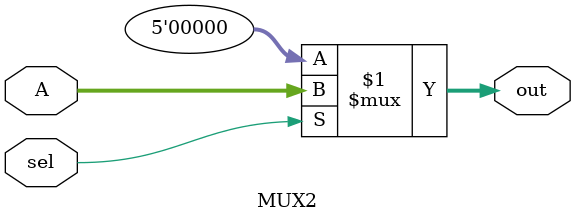
<source format=sv>

module MUX2 (
    input logic [4:0] A,
    input logic sel,
    output logic [4:0] out
);	
    assign out = sel ? A : 5'b0;
endmodule

</source>
